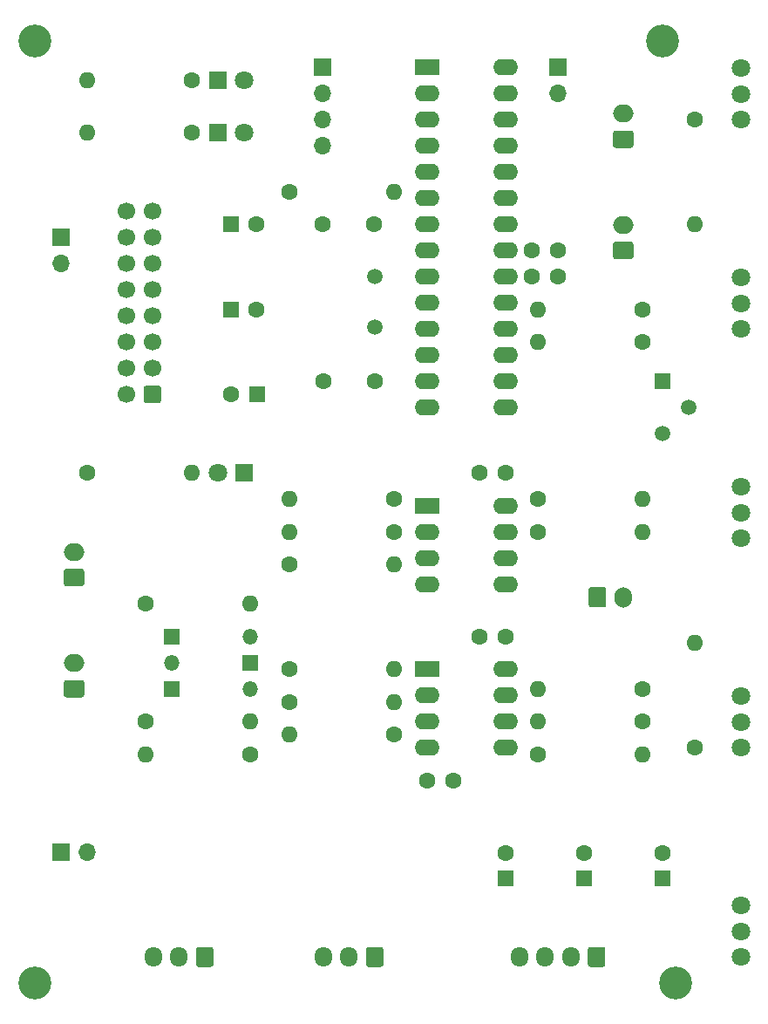
<source format=gbs>
G04 #@! TF.GenerationSoftware,KiCad,Pcbnew,(5.1.10)-1*
G04 #@! TF.CreationDate,2021-12-16T17:09:32+09:00*
G04 #@! TF.ProjectId,ArEG,41724547-2e6b-4696-9361-645f70636258,Ver.1.0*
G04 #@! TF.SameCoordinates,Original*
G04 #@! TF.FileFunction,Soldermask,Bot*
G04 #@! TF.FilePolarity,Negative*
%FSLAX46Y46*%
G04 Gerber Fmt 4.6, Leading zero omitted, Abs format (unit mm)*
G04 Created by KiCad (PCBNEW (5.1.10)-1) date 2021-12-16 17:09:32*
%MOMM*%
%LPD*%
G01*
G04 APERTURE LIST*
%ADD10C,3.200000*%
%ADD11O,2.400000X1.600000*%
%ADD12R,2.400000X1.600000*%
%ADD13O,1.700000X1.700000*%
%ADD14R,1.700000X1.700000*%
%ADD15O,2.000000X1.700000*%
%ADD16O,1.700000X1.950000*%
%ADD17C,1.500000*%
%ADD18C,1.800000*%
%ADD19O,1.600000X1.600000*%
%ADD20C,1.600000*%
%ADD21R,1.500000X1.500000*%
%ADD22C,1.700000*%
%ADD23O,1.700000X2.000000*%
%ADD24O,1.500000X1.500000*%
%ADD25R,1.800000X1.800000*%
%ADD26R,1.600000X1.600000*%
G04 APERTURE END LIST*
D10*
G04 #@! TO.C,H4*
X163830000Y-139700000D03*
G04 #@! TD*
G04 #@! TO.C,H3*
X162560000Y-48260000D03*
G04 #@! TD*
G04 #@! TO.C,H2*
X101600000Y-139700000D03*
G04 #@! TD*
G04 #@! TO.C,H1*
X101600000Y-48260000D03*
G04 #@! TD*
D11*
G04 #@! TO.C,U3*
X147320000Y-109220000D03*
X139700000Y-116840000D03*
X147320000Y-111760000D03*
X139700000Y-114300000D03*
X147320000Y-114300000D03*
X139700000Y-111760000D03*
X147320000Y-116840000D03*
D12*
X139700000Y-109220000D03*
G04 #@! TD*
D13*
G04 #@! TO.C,J8*
X152400000Y-53340000D03*
D14*
X152400000Y-50800000D03*
G04 #@! TD*
D13*
G04 #@! TO.C,J7*
X106680000Y-127000000D03*
D14*
X104140000Y-127000000D03*
G04 #@! TD*
D15*
G04 #@! TO.C,J6*
X105410000Y-97830000D03*
G36*
G01*
X106160000Y-101180000D02*
X104660000Y-101180000D01*
G75*
G02*
X104410000Y-100930000I0J250000D01*
G01*
X104410000Y-99730000D01*
G75*
G02*
X104660000Y-99480000I250000J0D01*
G01*
X106160000Y-99480000D01*
G75*
G02*
X106410000Y-99730000I0J-250000D01*
G01*
X106410000Y-100930000D01*
G75*
G02*
X106160000Y-101180000I-250000J0D01*
G01*
G37*
G04 #@! TD*
D16*
G04 #@! TO.C,J4*
X129620000Y-137160000D03*
X132120000Y-137160000D03*
G36*
G01*
X135470000Y-136435000D02*
X135470000Y-137885000D01*
G75*
G02*
X135220000Y-138135000I-250000J0D01*
G01*
X134020000Y-138135000D01*
G75*
G02*
X133770000Y-137885000I0J250000D01*
G01*
X133770000Y-136435000D01*
G75*
G02*
X134020000Y-136185000I250000J0D01*
G01*
X135220000Y-136185000D01*
G75*
G02*
X135470000Y-136435000I0J-250000D01*
G01*
G37*
G04 #@! TD*
D11*
G04 #@! TO.C,U2*
X147320000Y-93345000D03*
X139700000Y-100965000D03*
X147320000Y-95885000D03*
X139700000Y-98425000D03*
X147320000Y-98425000D03*
X139700000Y-95885000D03*
X147320000Y-100965000D03*
D12*
X139700000Y-93345000D03*
G04 #@! TD*
D11*
G04 #@! TO.C,U1*
X147320000Y-50800000D03*
X139700000Y-83820000D03*
X147320000Y-53340000D03*
X139700000Y-81280000D03*
X147320000Y-55880000D03*
X139700000Y-78740000D03*
X147320000Y-58420000D03*
X139700000Y-76200000D03*
X147320000Y-60960000D03*
X139700000Y-73660000D03*
X147320000Y-63500000D03*
X139700000Y-71120000D03*
X147320000Y-66040000D03*
X139700000Y-68580000D03*
X147320000Y-68580000D03*
X139700000Y-66040000D03*
X147320000Y-71120000D03*
X139700000Y-63500000D03*
X147320000Y-73660000D03*
X139700000Y-60960000D03*
X147320000Y-76200000D03*
X139700000Y-58420000D03*
X147320000Y-78740000D03*
X139700000Y-55880000D03*
X147320000Y-81280000D03*
X139700000Y-53340000D03*
X147320000Y-83820000D03*
D12*
X139700000Y-50800000D03*
G04 #@! TD*
D16*
G04 #@! TO.C,J3*
X113110000Y-137160000D03*
X115610000Y-137160000D03*
G36*
G01*
X118960000Y-136435000D02*
X118960000Y-137885000D01*
G75*
G02*
X118710000Y-138135000I-250000J0D01*
G01*
X117510000Y-138135000D01*
G75*
G02*
X117260000Y-137885000I0J250000D01*
G01*
X117260000Y-136435000D01*
G75*
G02*
X117510000Y-136185000I250000J0D01*
G01*
X118710000Y-136185000D01*
G75*
G02*
X118960000Y-136435000I0J-250000D01*
G01*
G37*
G04 #@! TD*
D17*
G04 #@! TO.C,Y1*
X134620000Y-76020000D03*
X134620000Y-71120000D03*
G04 #@! TD*
D16*
G04 #@! TO.C,SW2*
X148670000Y-137160000D03*
X151170000Y-137160000D03*
X153670000Y-137160000D03*
G36*
G01*
X157020000Y-136435000D02*
X157020000Y-137885000D01*
G75*
G02*
X156770000Y-138135000I-250000J0D01*
G01*
X155570000Y-138135000D01*
G75*
G02*
X155320000Y-137885000I0J250000D01*
G01*
X155320000Y-136435000D01*
G75*
G02*
X155570000Y-136185000I250000J0D01*
G01*
X156770000Y-136185000D01*
G75*
G02*
X157020000Y-136435000I0J-250000D01*
G01*
G37*
G04 #@! TD*
D15*
G04 #@! TO.C,SW1*
X105410000Y-108625000D03*
G36*
G01*
X106160000Y-111975000D02*
X104660000Y-111975000D01*
G75*
G02*
X104410000Y-111725000I0J250000D01*
G01*
X104410000Y-110525000D01*
G75*
G02*
X104660000Y-110275000I250000J0D01*
G01*
X106160000Y-110275000D01*
G75*
G02*
X106410000Y-110525000I0J-250000D01*
G01*
X106410000Y-111725000D01*
G75*
G02*
X106160000Y-111975000I-250000J0D01*
G01*
G37*
G04 #@! TD*
D18*
G04 #@! TO.C,RV5*
X170180000Y-116840000D03*
X170180000Y-114340000D03*
X170180000Y-111840000D03*
G04 #@! TD*
G04 #@! TO.C,RV4*
X170180000Y-55880000D03*
X170180000Y-53380000D03*
X170180000Y-50880000D03*
G04 #@! TD*
G04 #@! TO.C,RV3*
X170180000Y-76200000D03*
X170180000Y-73700000D03*
X170180000Y-71200000D03*
G04 #@! TD*
G04 #@! TO.C,RV2*
X170180000Y-96520000D03*
X170180000Y-94020000D03*
X170180000Y-91520000D03*
G04 #@! TD*
G04 #@! TO.C,RV1*
X170180000Y-137160000D03*
X170180000Y-134660000D03*
X170180000Y-132160000D03*
G04 #@! TD*
D19*
G04 #@! TO.C,R23*
X160655000Y-95885000D03*
D20*
X150495000Y-95885000D03*
G04 #@! TD*
D19*
G04 #@! TO.C,R22*
X160655000Y-117475000D03*
D20*
X150495000Y-117475000D03*
G04 #@! TD*
D19*
G04 #@! TO.C,R21*
X165735000Y-106680000D03*
D20*
X165735000Y-116840000D03*
G04 #@! TD*
D19*
G04 #@! TO.C,R20*
X150495000Y-114300000D03*
D20*
X160655000Y-114300000D03*
G04 #@! TD*
D19*
G04 #@! TO.C,R19*
X150495000Y-111125000D03*
D20*
X160655000Y-111125000D03*
G04 #@! TD*
D19*
G04 #@! TO.C,R18*
X165735000Y-66040000D03*
D20*
X165735000Y-55880000D03*
G04 #@! TD*
D19*
G04 #@! TO.C,R17*
X126365000Y-115570000D03*
D20*
X136525000Y-115570000D03*
G04 #@! TD*
D19*
G04 #@! TO.C,R16*
X136525000Y-109220000D03*
D20*
X126365000Y-109220000D03*
G04 #@! TD*
D19*
G04 #@! TO.C,R15*
X136525000Y-112395000D03*
D20*
X126365000Y-112395000D03*
G04 #@! TD*
D19*
G04 #@! TO.C,R14*
X136525000Y-99060000D03*
D20*
X126365000Y-99060000D03*
G04 #@! TD*
D19*
G04 #@! TO.C,R13*
X160655000Y-92710000D03*
D20*
X150495000Y-92710000D03*
G04 #@! TD*
D19*
G04 #@! TO.C,R12*
X126365000Y-95885000D03*
D20*
X136525000Y-95885000D03*
G04 #@! TD*
D19*
G04 #@! TO.C,R11*
X126365000Y-92710000D03*
D20*
X136525000Y-92710000D03*
G04 #@! TD*
D19*
G04 #@! TO.C,R9*
X136525000Y-62865000D03*
D20*
X126365000Y-62865000D03*
G04 #@! TD*
D19*
G04 #@! TO.C,R8*
X122555000Y-102870000D03*
D20*
X112395000Y-102870000D03*
G04 #@! TD*
D19*
G04 #@! TO.C,R7*
X112395000Y-117475000D03*
D20*
X122555000Y-117475000D03*
G04 #@! TD*
D19*
G04 #@! TO.C,R6*
X122555000Y-114300000D03*
D20*
X112395000Y-114300000D03*
G04 #@! TD*
D19*
G04 #@! TO.C,R5*
X150495000Y-77470000D03*
D20*
X160655000Y-77470000D03*
G04 #@! TD*
D19*
G04 #@! TO.C,R4*
X150495000Y-74295000D03*
D20*
X160655000Y-74295000D03*
G04 #@! TD*
D19*
G04 #@! TO.C,R3*
X116840000Y-90170000D03*
D20*
X106680000Y-90170000D03*
G04 #@! TD*
D19*
G04 #@! TO.C,R2*
X106680000Y-52070000D03*
D20*
X116840000Y-52070000D03*
G04 #@! TD*
D19*
G04 #@! TO.C,R1*
X106680000Y-57150000D03*
D20*
X116840000Y-57150000D03*
G04 #@! TD*
D21*
G04 #@! TO.C,Q1*
X162560000Y-81280000D03*
D17*
X162560000Y-86360000D03*
X165100000Y-83820000D03*
G04 #@! TD*
D13*
G04 #@! TO.C,J5*
X129540000Y-58420000D03*
X129540000Y-55880000D03*
X129540000Y-53340000D03*
D14*
X129540000Y-50800000D03*
G04 #@! TD*
D22*
G04 #@! TO.C,J2*
X110490000Y-64770000D03*
X110490000Y-67310000D03*
X110490000Y-69850000D03*
X110490000Y-72390000D03*
X110490000Y-74930000D03*
X110490000Y-77470000D03*
X110490000Y-80010000D03*
X110490000Y-82550000D03*
X113030000Y-64770000D03*
X113030000Y-67310000D03*
X113030000Y-69850000D03*
X113030000Y-72390000D03*
X113030000Y-74930000D03*
X113030000Y-77470000D03*
X113030000Y-80010000D03*
G36*
G01*
X113880000Y-81950000D02*
X113880000Y-83150000D01*
G75*
G02*
X113630000Y-83400000I-250000J0D01*
G01*
X112430000Y-83400000D01*
G75*
G02*
X112180000Y-83150000I0J250000D01*
G01*
X112180000Y-81950000D01*
G75*
G02*
X112430000Y-81700000I250000J0D01*
G01*
X113630000Y-81700000D01*
G75*
G02*
X113880000Y-81950000I0J-250000D01*
G01*
G37*
G04 #@! TD*
D13*
G04 #@! TO.C,J1*
X104140000Y-69850000D03*
D14*
X104140000Y-67310000D03*
G04 #@! TD*
D23*
G04 #@! TO.C,D9*
X158750000Y-102235000D03*
G36*
G01*
X155400000Y-102985000D02*
X155400000Y-101485000D01*
G75*
G02*
X155650000Y-101235000I250000J0D01*
G01*
X156850000Y-101235000D01*
G75*
G02*
X157100000Y-101485000I0J-250000D01*
G01*
X157100000Y-102985000D01*
G75*
G02*
X156850000Y-103235000I-250000J0D01*
G01*
X155650000Y-103235000D01*
G75*
G02*
X155400000Y-102985000I0J250000D01*
G01*
G37*
G04 #@! TD*
D24*
G04 #@! TO.C,D8*
X114935000Y-108585000D03*
D21*
X122555000Y-108585000D03*
G04 #@! TD*
D24*
G04 #@! TO.C,D7*
X122555000Y-106045000D03*
D21*
X114935000Y-106045000D03*
G04 #@! TD*
D15*
G04 #@! TO.C,D6*
X158750000Y-66080000D03*
G36*
G01*
X159500000Y-69430000D02*
X158000000Y-69430000D01*
G75*
G02*
X157750000Y-69180000I0J250000D01*
G01*
X157750000Y-67980000D01*
G75*
G02*
X158000000Y-67730000I250000J0D01*
G01*
X159500000Y-67730000D01*
G75*
G02*
X159750000Y-67980000I0J-250000D01*
G01*
X159750000Y-69180000D01*
G75*
G02*
X159500000Y-69430000I-250000J0D01*
G01*
G37*
G04 #@! TD*
D24*
G04 #@! TO.C,D5*
X122555000Y-111125000D03*
D21*
X114935000Y-111125000D03*
G04 #@! TD*
D15*
G04 #@! TO.C,D4*
X158750000Y-55285000D03*
G36*
G01*
X159500000Y-58635000D02*
X158000000Y-58635000D01*
G75*
G02*
X157750000Y-58385000I0J250000D01*
G01*
X157750000Y-57185000D01*
G75*
G02*
X158000000Y-56935000I250000J0D01*
G01*
X159500000Y-56935000D01*
G75*
G02*
X159750000Y-57185000I0J-250000D01*
G01*
X159750000Y-58385000D01*
G75*
G02*
X159500000Y-58635000I-250000J0D01*
G01*
G37*
G04 #@! TD*
D18*
G04 #@! TO.C,D3*
X119380000Y-90170000D03*
D25*
X121920000Y-90170000D03*
G04 #@! TD*
D18*
G04 #@! TO.C,D2*
X121920000Y-52070000D03*
D25*
X119380000Y-52070000D03*
G04 #@! TD*
D18*
G04 #@! TO.C,D1*
X121920000Y-57150000D03*
D25*
X119380000Y-57150000D03*
G04 #@! TD*
D20*
G04 #@! TO.C,C15*
X162560000Y-127040000D03*
D26*
X162560000Y-129540000D03*
G04 #@! TD*
D20*
G04 #@! TO.C,C14*
X154940000Y-127040000D03*
D26*
X154940000Y-129540000D03*
G04 #@! TD*
D20*
G04 #@! TO.C,C13*
X147320000Y-127040000D03*
D26*
X147320000Y-129540000D03*
G04 #@! TD*
D20*
G04 #@! TO.C,C12*
X139740000Y-120015000D03*
X142240000Y-120015000D03*
G04 #@! TD*
G04 #@! TO.C,C10*
X144820000Y-106045000D03*
X147320000Y-106045000D03*
G04 #@! TD*
G04 #@! TO.C,C9*
X144820000Y-90170000D03*
X147320000Y-90170000D03*
G04 #@! TD*
G04 #@! TO.C,C7*
X129620000Y-81280000D03*
X134620000Y-81280000D03*
G04 #@! TD*
G04 #@! TO.C,C6*
X134540000Y-66040000D03*
X129540000Y-66040000D03*
G04 #@! TD*
G04 #@! TO.C,C5*
X149900000Y-68580000D03*
X152400000Y-68580000D03*
G04 #@! TD*
G04 #@! TO.C,C4*
X149900000Y-71120000D03*
X152400000Y-71120000D03*
G04 #@! TD*
G04 #@! TO.C,C3*
X120690000Y-82550000D03*
D26*
X123190000Y-82550000D03*
G04 #@! TD*
D20*
G04 #@! TO.C,C2*
X123150000Y-66040000D03*
D26*
X120650000Y-66040000D03*
G04 #@! TD*
D20*
G04 #@! TO.C,C1*
X123150000Y-74295000D03*
D26*
X120650000Y-74295000D03*
G04 #@! TD*
M02*

</source>
